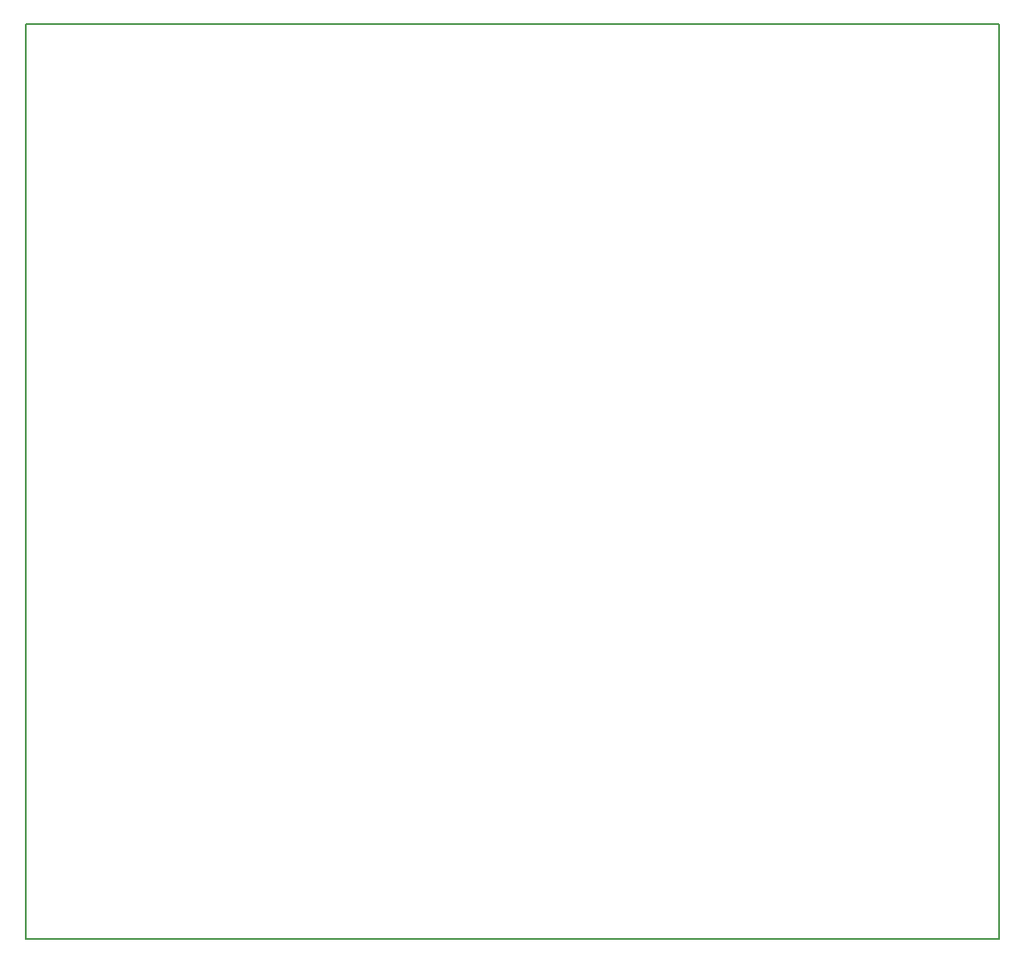
<source format=gbp>
G04*
G04 #@! TF.GenerationSoftware,Altium Limited,Altium Designer,18.1.9 (240)*
G04*
G04 Layer_Color=128*
%FSLAX44Y44*%
%MOMM*%
G71*
G01*
G75*
%ADD11C,0.2000*%
D11*
Y901700D01*
X958850Y901700D01*
Y0D02*
Y901700D01*
X0Y0D02*
X958850D01*
M02*

</source>
